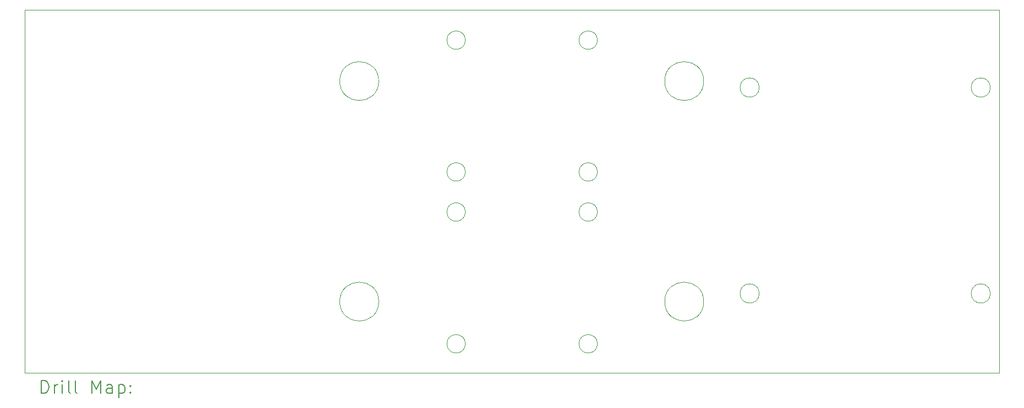
<source format=gbr>
%TF.GenerationSoftware,KiCad,Pcbnew,9.0.0-9.0.0-2~ubuntu24.04.1*%
%TF.CreationDate,2025-04-02T00:55:09+02:00*%
%TF.ProjectId,Sensor_Mount,53656e73-6f72-45f4-9d6f-756e742e6b69,rev?*%
%TF.SameCoordinates,Original*%
%TF.FileFunction,Drillmap*%
%TF.FilePolarity,Positive*%
%FSLAX45Y45*%
G04 Gerber Fmt 4.5, Leading zero omitted, Abs format (unit mm)*
G04 Created by KiCad (PCBNEW 9.0.0-9.0.0-2~ubuntu24.04.1) date 2025-04-02 00:55:09*
%MOMM*%
%LPD*%
G01*
G04 APERTURE LIST*
%ADD10C,0.050000*%
%ADD11C,0.200000*%
G04 APERTURE END LIST*
D10*
X8300000Y-3600000D02*
X23300000Y-3600000D01*
X23300000Y-9200000D01*
X8300000Y-9200000D01*
X8300000Y-3600000D01*
X18750000Y-4700000D02*
G75*
G02*
X18150000Y-4700000I-300000J0D01*
G01*
X18150000Y-4700000D02*
G75*
G02*
X18750000Y-4700000I300000J0D01*
G01*
X13750000Y-4700000D02*
G75*
G02*
X13150000Y-4700000I-300000J0D01*
G01*
X13150000Y-4700000D02*
G75*
G02*
X13750000Y-4700000I300000J0D01*
G01*
X18750000Y-8100000D02*
G75*
G02*
X18150000Y-8100000I-300000J0D01*
G01*
X18150000Y-8100000D02*
G75*
G02*
X18750000Y-8100000I300000J0D01*
G01*
X13750000Y-8100000D02*
G75*
G02*
X13150000Y-8100000I-300000J0D01*
G01*
X13150000Y-8100000D02*
G75*
G02*
X13750000Y-8100000I300000J0D01*
G01*
X15082990Y-6719000D02*
G75*
G02*
X14799010Y-6719000I-141990J0D01*
G01*
X14799010Y-6719000D02*
G75*
G02*
X15082990Y-6719000I141990J0D01*
G01*
X15082990Y-8751000D02*
G75*
G02*
X14799010Y-8751000I-141990J0D01*
G01*
X14799010Y-8751000D02*
G75*
G02*
X15082990Y-8751000I141990J0D01*
G01*
X17114990Y-6719000D02*
G75*
G02*
X16831010Y-6719000I-141990J0D01*
G01*
X16831010Y-6719000D02*
G75*
G02*
X17114990Y-6719000I141990J0D01*
G01*
X17114990Y-8751000D02*
G75*
G02*
X16831010Y-8751000I-141990J0D01*
G01*
X16831010Y-8751000D02*
G75*
G02*
X17114990Y-8751000I141990J0D01*
G01*
X15082990Y-4069000D02*
G75*
G02*
X14799010Y-4069000I-141990J0D01*
G01*
X14799010Y-4069000D02*
G75*
G02*
X15082990Y-4069000I141990J0D01*
G01*
X15082990Y-6101000D02*
G75*
G02*
X14799010Y-6101000I-141990J0D01*
G01*
X14799010Y-6101000D02*
G75*
G02*
X15082990Y-6101000I141990J0D01*
G01*
X17114990Y-4069000D02*
G75*
G02*
X16831010Y-4069000I-141990J0D01*
G01*
X16831010Y-4069000D02*
G75*
G02*
X17114990Y-4069000I141990J0D01*
G01*
X17114990Y-6101000D02*
G75*
G02*
X16831010Y-6101000I-141990J0D01*
G01*
X16831010Y-6101000D02*
G75*
G02*
X17114990Y-6101000I141990J0D01*
G01*
X19605106Y-4799800D02*
G75*
G02*
X19308894Y-4799800I-148106J0D01*
G01*
X19308894Y-4799800D02*
G75*
G02*
X19605106Y-4799800I148106J0D01*
G01*
X19605106Y-7974800D02*
G75*
G02*
X19308894Y-7974800I-148106J0D01*
G01*
X19308894Y-7974800D02*
G75*
G02*
X19605106Y-7974800I148106J0D01*
G01*
X23161106Y-4799800D02*
G75*
G02*
X22864894Y-4799800I-148106J0D01*
G01*
X22864894Y-4799800D02*
G75*
G02*
X23161106Y-4799800I148106J0D01*
G01*
X23161106Y-7974800D02*
G75*
G02*
X22864894Y-7974800I-148106J0D01*
G01*
X22864894Y-7974800D02*
G75*
G02*
X23161106Y-7974800I148106J0D01*
G01*
D11*
X8558277Y-9513984D02*
X8558277Y-9313984D01*
X8558277Y-9313984D02*
X8605896Y-9313984D01*
X8605896Y-9313984D02*
X8634467Y-9323508D01*
X8634467Y-9323508D02*
X8653515Y-9342555D01*
X8653515Y-9342555D02*
X8663039Y-9361603D01*
X8663039Y-9361603D02*
X8672563Y-9399698D01*
X8672563Y-9399698D02*
X8672563Y-9428270D01*
X8672563Y-9428270D02*
X8663039Y-9466365D01*
X8663039Y-9466365D02*
X8653515Y-9485412D01*
X8653515Y-9485412D02*
X8634467Y-9504460D01*
X8634467Y-9504460D02*
X8605896Y-9513984D01*
X8605896Y-9513984D02*
X8558277Y-9513984D01*
X8758277Y-9513984D02*
X8758277Y-9380650D01*
X8758277Y-9418746D02*
X8767801Y-9399698D01*
X8767801Y-9399698D02*
X8777324Y-9390174D01*
X8777324Y-9390174D02*
X8796372Y-9380650D01*
X8796372Y-9380650D02*
X8815420Y-9380650D01*
X8882086Y-9513984D02*
X8882086Y-9380650D01*
X8882086Y-9313984D02*
X8872563Y-9323508D01*
X8872563Y-9323508D02*
X8882086Y-9333031D01*
X8882086Y-9333031D02*
X8891610Y-9323508D01*
X8891610Y-9323508D02*
X8882086Y-9313984D01*
X8882086Y-9313984D02*
X8882086Y-9333031D01*
X9005896Y-9513984D02*
X8986848Y-9504460D01*
X8986848Y-9504460D02*
X8977324Y-9485412D01*
X8977324Y-9485412D02*
X8977324Y-9313984D01*
X9110658Y-9513984D02*
X9091610Y-9504460D01*
X9091610Y-9504460D02*
X9082086Y-9485412D01*
X9082086Y-9485412D02*
X9082086Y-9313984D01*
X9339229Y-9513984D02*
X9339229Y-9313984D01*
X9339229Y-9313984D02*
X9405896Y-9456841D01*
X9405896Y-9456841D02*
X9472563Y-9313984D01*
X9472563Y-9313984D02*
X9472563Y-9513984D01*
X9653515Y-9513984D02*
X9653515Y-9409222D01*
X9653515Y-9409222D02*
X9643991Y-9390174D01*
X9643991Y-9390174D02*
X9624944Y-9380650D01*
X9624944Y-9380650D02*
X9586848Y-9380650D01*
X9586848Y-9380650D02*
X9567801Y-9390174D01*
X9653515Y-9504460D02*
X9634467Y-9513984D01*
X9634467Y-9513984D02*
X9586848Y-9513984D01*
X9586848Y-9513984D02*
X9567801Y-9504460D01*
X9567801Y-9504460D02*
X9558277Y-9485412D01*
X9558277Y-9485412D02*
X9558277Y-9466365D01*
X9558277Y-9466365D02*
X9567801Y-9447317D01*
X9567801Y-9447317D02*
X9586848Y-9437793D01*
X9586848Y-9437793D02*
X9634467Y-9437793D01*
X9634467Y-9437793D02*
X9653515Y-9428270D01*
X9748753Y-9380650D02*
X9748753Y-9580650D01*
X9748753Y-9390174D02*
X9767801Y-9380650D01*
X9767801Y-9380650D02*
X9805896Y-9380650D01*
X9805896Y-9380650D02*
X9824944Y-9390174D01*
X9824944Y-9390174D02*
X9834467Y-9399698D01*
X9834467Y-9399698D02*
X9843991Y-9418746D01*
X9843991Y-9418746D02*
X9843991Y-9475889D01*
X9843991Y-9475889D02*
X9834467Y-9494936D01*
X9834467Y-9494936D02*
X9824944Y-9504460D01*
X9824944Y-9504460D02*
X9805896Y-9513984D01*
X9805896Y-9513984D02*
X9767801Y-9513984D01*
X9767801Y-9513984D02*
X9748753Y-9504460D01*
X9929705Y-9494936D02*
X9939229Y-9504460D01*
X9939229Y-9504460D02*
X9929705Y-9513984D01*
X9929705Y-9513984D02*
X9920182Y-9504460D01*
X9920182Y-9504460D02*
X9929705Y-9494936D01*
X9929705Y-9494936D02*
X9929705Y-9513984D01*
X9929705Y-9390174D02*
X9939229Y-9399698D01*
X9939229Y-9399698D02*
X9929705Y-9409222D01*
X9929705Y-9409222D02*
X9920182Y-9399698D01*
X9920182Y-9399698D02*
X9929705Y-9390174D01*
X9929705Y-9390174D02*
X9929705Y-9409222D01*
M02*

</source>
